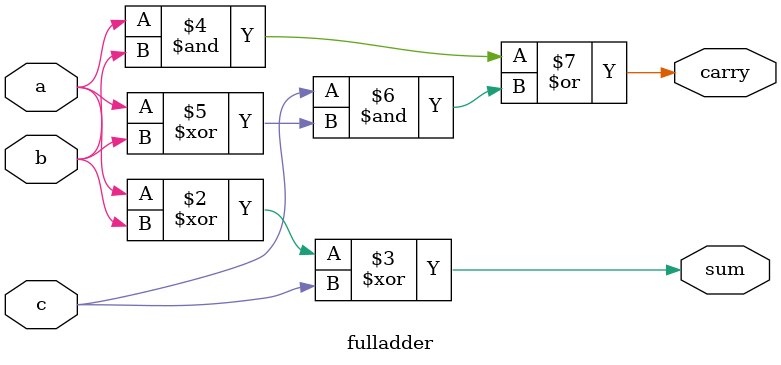
<source format=sv>
module fulladder(a,b,c,sum,carry);
  input a,b,c;
  output reg sum,carry;
  
  always@(a,b,c)
    begin
      sum=a^b^c;
      carry=(a&b)|(c&(a^b));
    end
  
endmodule

</source>
